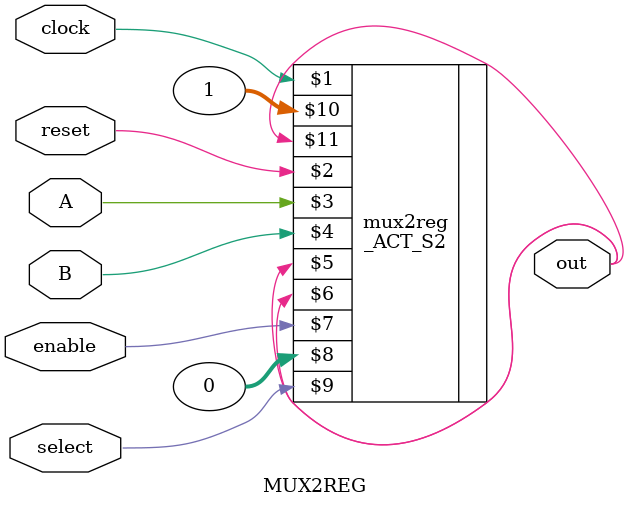
<source format=v>
module MUX2REG #(parameter bits = 2) (
    input clock, reset, enable,
    input A, B,
    input select,

    output reg out
);

    _ACT_S2 #(bits) mux2reg(clock, reset, A, B, out, out, enable, 0, select, 1, out);


endmodule
</source>
